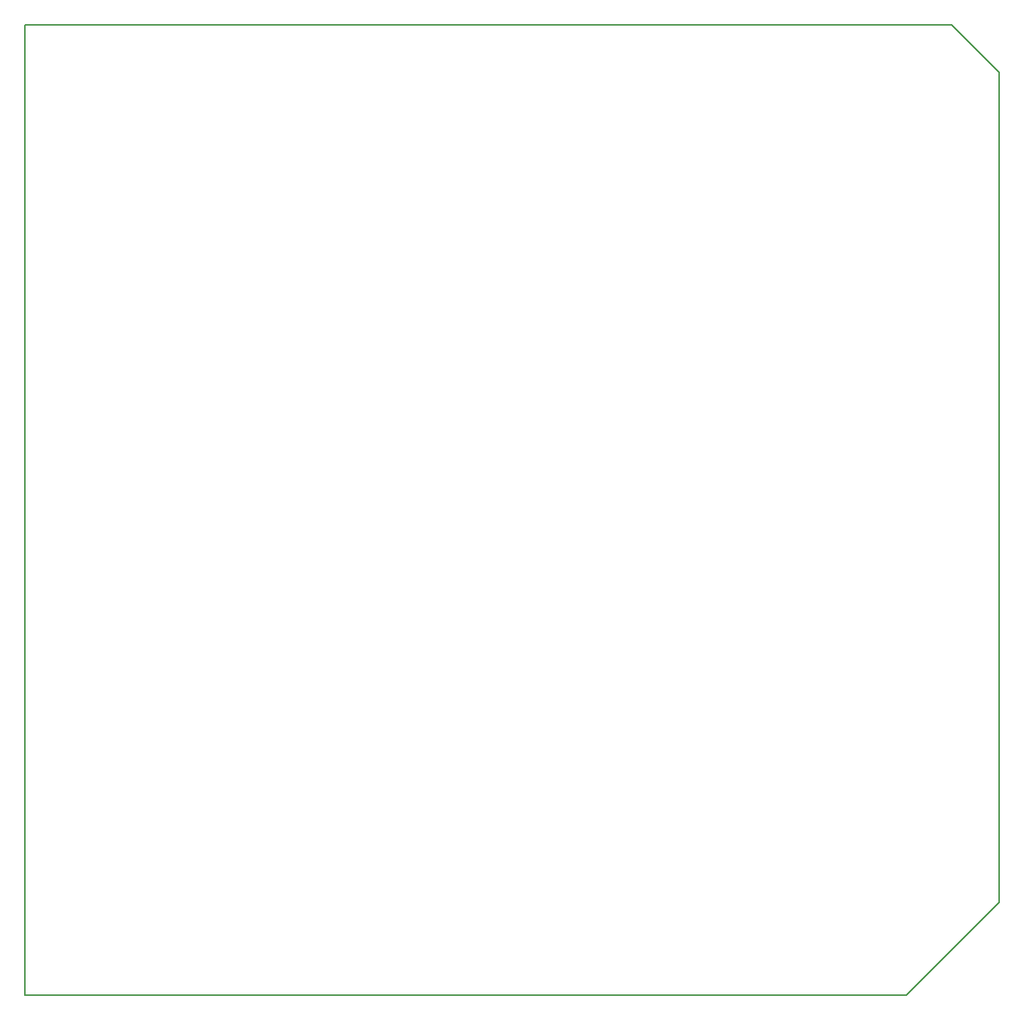
<source format=gbr>
G04 #@! TF.GenerationSoftware,KiCad,Pcbnew,(5.1.6)-1*
G04 #@! TF.CreationDate,2020-12-09T17:55:00+01:00*
G04 #@! TF.ProjectId,Rolety Bart_omiej Torczy_o,526f6c65-7479-4204-9261-7274426f6d69,rev?*
G04 #@! TF.SameCoordinates,Original*
G04 #@! TF.FileFunction,Profile,NP*
%FSLAX46Y46*%
G04 Gerber Fmt 4.6, Leading zero omitted, Abs format (unit mm)*
G04 Created by KiCad (PCBNEW (5.1.6)-1) date 2020-12-09 17:55:00*
%MOMM*%
%LPD*%
G01*
G04 APERTURE LIST*
G04 #@! TA.AperFunction,Profile*
%ADD10C,0.150000*%
G04 #@! TD*
G04 APERTURE END LIST*
D10*
X17907000Y-140970000D02*
X17907000Y-32004000D01*
X17907000Y-32004000D02*
X121920000Y-32004000D01*
X127254000Y-37338000D02*
X121920000Y-32004000D01*
X127254000Y-130556000D02*
X127254000Y-37338000D01*
X116840000Y-140970000D02*
X127254000Y-130556000D01*
X17907000Y-140970000D02*
X116840000Y-140970000D01*
M02*

</source>
